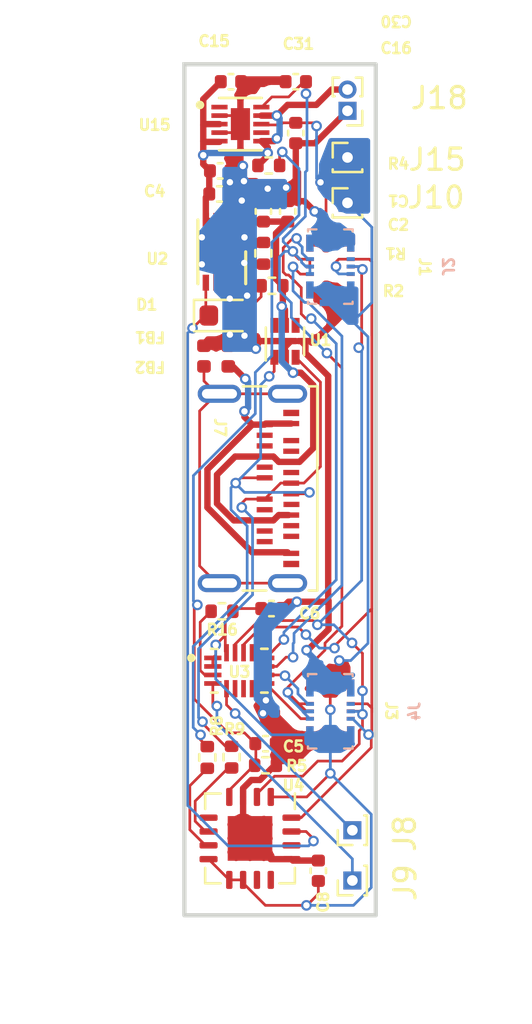
<source format=kicad_pcb>
(kicad_pcb (version 20221018) (generator pcbnew)
  (title_block (title "Standard Connector") (company "The Herald Project"))
  (layers (0 "F.Cu" signal) (31 "B.Cu" signal) (34 "B.Paste" user) (35 "F.Paste" user) (36 "B.SilkS" user "B.Silkscreen") (37 "F.SilkS" user "F.Silkscreen") (38 "B.Mask" user) (39 "F.Mask" user) (44 "Edge.Cuts" user))
  (net 0 "")
  (net 1 "+BATT")
  (net 2 "GND")
  (net 3 "VBUS")
  (net 4 "/Standard Connector/BT_STAT")
  (net 5 "VDD")
  (net 6 "+1V8")
  (net 7 "/Standard Connector/CH_STAT")
  (net 8 "Net-(D1-A)")
  (net 9 "Earth")
  (net 10 "GNDPWR")
  (net 11 "/Standard Connector/I3C_SCL")
  (net 12 "/Standard Connector/I3C_SDA")
  (net 13 "/Standard Connector/INT_1")
  (net 15 "/Standard Connector/INT_2")
  (net 17 "/Standard Connector/INT_3")
  (net 19 "/Standard Connector/INT_4")
  (net 22 "/Standard Connector/USB_D+")
  (net 23 "/Standard Connector/USB_D-")
  (net 27 "Net-(U2-PROG)")
  (net 28 "Net-(U4-USBDM)")
  (net 29 "Net-(U4-USBDP)")
  (net 30 "/Standard Connector/RST_CONN")
  (net 34 "/Standard Connector/GPIO_1")
  (net 35 "/Standard Connector/GPIO_2")
  (net 36 "/Standard Connector/GPIO_3")
  (net 37 "/Standard Connector/GPIO_4")
  (footprint "Capacitor_SMD:C_0402_1005Metric" (layer "F.Cu") (at 93.3258 99.8928 90)
    (fp_text reference "C30")
    (fp_text value "1uF")
  )
  (footprint "Herald:HERALD_V2_CONN_RECEPTACLE" (layer "F.Cu") (at 94.9468 106.1738 -90)
    (fp_text reference "J1")
    (fp_text value "HERALD_V2_CONN_RECEPTACLE")
  )
  (footprint "Capacitor_SMD:C_0402_1005Metric" (layer "F.Cu") (at 89.7698 101.6708 180)
    (fp_text reference "C16")
    (fp_text value "1uF")
  )
  (footprint "Herald:HERALD_V2_CONN_RECEPTACLE" (layer "F.Cu") (at 94.9468 127.0708 -90)
    (fp_text reference "J3")
    (fp_text value "HERALD_V2_CONN_RECEPTACLE")
  )
  (footprint "Resistor_SMD:R_0402_1005Metric" (layer "F.Cu") (at 92.2062 107.07267)
    (fp_text reference "R2")
    (fp_text value "5.6k")
  )
  (footprint "Capacitor_SMD:C_0402_1005Metric" (layer "F.Cu") (at 90.2778 97.4798 180)
    (fp_text reference "C15")
    (fp_text value "1uF")
  )
  (footprint "Connector_PinHeader_1.00mm:PinHeader_1x01_P1.00mm_Vertical" (layer "F.Cu") (at 95.9866 132.6642 90)
    (fp_text reference "J8")
    (fp_text value "Conn_01x01_Pin")
  )
  (footprint "Capacitor_SMD:C_0402_1005Metric" (layer "F.Cu") (at 94.3864 134.5692 90)
    (fp_text reference "C8")
    (fp_text value "100nF")
  )
  (footprint "Resistor_SMD:R_0402_1005Metric" (layer "F.Cu") (at 92.0558 101.4168)
    (fp_text reference "R4")
    (fp_text value "6.8M")
  )
  (footprint "Herald:QFN40P180X260X55-16N" (layer "F.Cu") (at 90.6698 125.1658)
    (fp_text reference "U3")
    (fp_text value "TCA6408A")
  )
  (footprint "Resistor_SMD:R_0402_1005Metric" (layer "F.Cu") (at 90.3073 129.2278 -90)
    (fp_text reference "R9")
    (fp_text value "27")
  )
  (footprint "Resistor_SMD:R_0402_1005Metric" (layer "F.Cu") (at 89.8548 122.3718 180)
    (fp_text reference "R16")
    (fp_text value "10k")
  )
  (footprint "Resistor_SMD:R_0402_1005Metric" (layer "F.Cu") (at 91.8018 105.54667 -90)
    (fp_text reference "R1")
    (fp_text value "10k")
  )
  (footprint "Inductor_SMD:L_0402_1005Metric" (layer "F.Cu") (at 90.1508 110.37667 90)
    (fp_text reference "FB2")
    (fp_text value "120R/0.6A")
  )
  (footprint "Capacitor_SMD:C_0402_1005Metric" (layer "F.Cu") (at 92.1828 122.2448)
    (fp_text reference "C6")
    (fp_text value "4.7uF")
  )
  (footprint "Capacitor_SMD:C_0402_1005Metric" (layer "F.Cu") (at 91.9034 128.5948)
    (fp_text reference "C5")
    (fp_text value "10nF")
  )
  (footprint "Package_DFN_QFN:DFN-8-1EP_3x2mm_P0.5mm_EP1.75x1.45mm" (layer "F.Cu") (at 89.845478 105.47667 -90)
    (fp_text reference "U2")
    (fp_text value "MCP73831/2-2MC")
  )
  (footprint "Connector_PinHeader_1.00mm:PinHeader_1x01_P1.00mm_Vertical" (layer "F.Cu") (at 95.758 101.0412)
    (fp_text reference "J15")
    (fp_text value "Conn_01x01_Pin")
  )
  (footprint "Resistor_SMD:R_0402_1005Metric" (layer "F.Cu") (at 89.1643 129.2433 90)
    (fp_text reference "R8")
    (fp_text value "27")
  )
  (footprint "Capacitor_SMD:C_0402_1005Metric" (layer "F.Cu") (at 89.736978 102.75667 180)
    (fp_text reference "C4")
    (fp_text value "4.7uF")
  )
  (footprint "Herald:USB_C_Receptacle_IPxx" (layer "F.Cu") (at 89.736978 116.59967 -90)
    (fp_text reference "J7")
    (fp_text value "USB_C_Receptacle_USB2.0")
  )
  (footprint "Herald:SON40P200X200X80-11N" (layer "F.Cu") (at 90.721978 99.4738)
    (fp_text reference "U15")
    (fp_text value "TLV751")
  )
  (footprint "Capacitor_SMD:C_0402_1005Metric" (layer "F.Cu") (at 91.8018 103.5758 -90)
    (fp_text reference "C2")
    (fp_text value "100nF/100V")
  )
  (footprint "Capacitor_SMD:C_0402_1005Metric" (layer "F.Cu") (at 93.3258 97.4798)
    (fp_text reference "C31")
    (fp_text value "1uF")
  )
  (footprint "Resistor_SMD:R_0402_1005Metric" (layer "F.Cu") (at 91.9034 129.6108)
    (fp_text reference "R5")
    (fp_text value "10M")
  )
  (footprint "Package_DFN_QFN:QFN-16-1EP_4x4mm_P0.65mm_EP2.1x2.1mm" (layer "F.Cu") (at 91.17405 133.0488 -90)
    (fp_text reference "U4")
    (fp_text value "FT201XQ")
  )
  (footprint "Herald:SOT-563" (layer "F.Cu") (at 92.8178 109.6838 90)
    (fp_text reference "U1")
    (fp_text value "DT1446-04V")
  )
  (footprint "Connector_PinHeader_1.00mm:PinHeader_1x01_P1.00mm_Vertical" (layer "F.Cu") (at 95.758 103.1748)
    (fp_text reference "J10")
    (fp_text value "Conn_01x01_Pin")
  )
  (footprint "LED_SMD:LED_0603_1608Metric" (layer "F.Cu") (at 90.0238 108.47167)
    (fp_text reference "D1")
    (fp_text value "CHSTAT")
  )
  (footprint "Inductor_SMD:L_0402_1005Metric" (layer "F.Cu") (at 89.0078 110.37667 90)
    (fp_text reference "FB1")
    (fp_text value "120R/0.6A")
  )
  (footprint "Capacitor_SMD:C_0402_1005Metric" (layer "F.Cu") (at 92.9448 103.5758 -90)
    (fp_text reference "C1")
    (fp_text value "4.7uF")
  )
  (footprint "Connector_PinHeader_1.00mm:PinHeader_1x01_P1.00mm_Vertical" (layer "F.Cu") (at 95.9866 135.0264 90)
    (fp_text reference "J9")
    (fp_text value "Conn_01x01_Pin")
  )
  (footprint "Connector_PinHeader_1.00mm:PinHeader_1x02_P1.00mm_Vertical" (layer "F.Cu") (at 95.758 98.8488 180)
    (fp_text reference "J18")
    (fp_text value "Conn_01x02_Pin")
  )
  (footprint "Herald:HERALD_V2_CONN_RECEPTACLE" (layer "B.Cu") (at 94.9514 106.1666 90)
    (fp_text reference "J2")
    (fp_text value "HERALD_V2_CONN_RECEPTACLE")
  )
  (footprint "Herald:HERALD_V2_CONN_RECEPTACLE" (layer "B.Cu") (at 94.9514 127.079 90)
    (fp_text reference "J4")
    (fp_text value "HERALD_V2_CONN_RECEPTACLE")
  )
  (gr_rect (start 88.086978 96.66067) (end 97.086978 136.66067) (stroke (width 0.2)) (fill none) (layer "Edge.Cuts"))
  (segment (start 91.5458 101.4168) (end 92.005 100.9576) (width 0.3) (layer "F.Cu") (net 1))
  (segment (start 89.256978 102.75667) (end 89.095478 102.91817) (width 0.127) (layer "F.Cu") (net 1))
  (segment (start 92.005 100.571822) (end 91.706978 100.2738) (width 0.3) (layer "F.Cu") (net 1))
  (segment (start 88.974978 99.5118) (end 88.974978 100.2738) (width 0.3) (layer "F.Cu") (net 1))
  (segment (start 88.974978 100.2738) (end 88.974978 101.355978) (width 0.3) (layer "F.Cu") (net 1))
  (segment (start 88.974978 98.302622) (end 88.974978 99.5118) (width 0.3) (layer "F.Cu") (net 1))
  (segment (start 92.3098 100.2738) (end 91.706978 100.2738) (width 0.3) (layer "F.Cu") (net 1))
  (segment (start 95.0134 97.8488) (end 94.2932 98.569) (width 0.3) (layer "F.Cu") (net 1))
  (segment (start 92.9416 98.569) (end 92.4368 99.0738) (width 0.3) (layer "F.Cu") (net 1))
  (segment (start 92.4368 99.0738) (end 91.706978 99.0738) (width 0.3) (layer "F.Cu") (net 1))
  (segment (start 92.4368 100.1468) (end 92.3098 100.2738) (width 0.3) (layer "F.Cu") (net 1))
  (segment (start 88.974978 100.2738) (end 89.009978 100.3088) (width 0.127) (layer "F.Cu") (net 1))
  (segment (start 89.736978 99.4738) (end 89.012978 99.4738) (width 0.3) (layer "F.Cu") (net 1))
  (segment (start 89.256978 101.703622) (end 89.2898 101.6708) (width 0.127) (layer "F.Cu") (net 1))
  (segment (start 94.2932 98.569) (end 92.9416 98.569) (width 0.3) (layer "F.Cu") (net 1))
  (segment (start 95.758 97.8488) (end 95.0134 97.8488) (width 0.3) (layer "F.Cu") (net 1))
  (segment (start 89.256978 102.75667) (end 89.256978 101.703622) (width 0.3) (layer "F.Cu") (net 1))
  (segment (start 89.595478 104.02667) (end 89.095478 104.02667) (width 0.3) (layer "F.Cu") (net 1))
  (segment (start 89.7978 97.4798) (end 88.974978 98.302622) (width 0.3) (layer "F.Cu") (net 1))
  (segment (start 89.009978 100.3088) (end 89.736978 100.3088) (width 0.3) (layer "F.Cu") (net 1))
  (segment (start 89.012978 99.4738) (end 88.974978 99.5118) (width 0.127) (layer "F.Cu") (net 1))
  (segment (start 89.095478 102.91817) (end 89.095478 104.02667) (width 0.3) (layer "F.Cu") (net 1))
  (segment (start 88.974978 101.355978) (end 89.2898 101.6708) (width 0.3) (layer "F.Cu") (net 1))
  (segment (start 92.005 100.9576) (end 92.005 100.571822) (width 0.3) (layer "F.Cu") (net 1))
  (via (at 88.974978 100.9342) (size 0.5) (drill 0.3) (layers "F.Cu" "B.Cu") (net 1))
  (via (at 92.005 100.8326) (size 0.5) (drill 0.3) (layers "F.Cu" "B.Cu") (net 1))
  (via (at 92.4368 100.1468) (size 0.5) (drill 0.3) (layers "F.Cu" "B.Cu") (net 1))
  (via (at 92.4368 99.0738) (size 0.5) (drill 0.3) (layers "F.Cu" "B.Cu") (net 1))
  (segment (start 92.4368 99.0738) (end 92.5638 99.2008) (width 0.3) (layer "B.Cu") (net 1))
  (segment (start 92.5638 99.2008) (end 92.5638 100.0198) (width 0.3) (layer "B.Cu") (net 1))
  (segment (start 88.974978 100.9342) (end 89.076578 100.8326) (width 0.127) (layer "B.Cu") (net 1))
  (segment (start 92.5638 100.0198) (end 92.4368 100.1468) (width 0.127) (layer "B.Cu") (net 1))
  (segment (start 89.076578 100.8326) (end 92.005 100.8326) (width 0.3) (layer "B.Cu") (net 1))
  (segment (start 90.2498 102.723848) (end 90.216978 102.75667) (width 0.127) (layer "F.Cu") (net 2))
  (segment (start 95.2968 107.8838) (end 95.9068 107.2738) (width 0.3) (layer "F.Cu") (net 2))
  (segment (start 89.595478 105.72667) (end 89.595478 106.92667) (width 0.3) (layer "F.Cu") (net 2))
  (segment (start 92.8686 102.4582) (end 92.8686 103.0196) (width 0.3) (layer "F.Cu") (net 2))
  (segment (start 94.5526 123.5318) (end 94.559263 123.5318) (width 0.3) (layer "F.Cu") (net 2))
  (segment (start 90.916845 105.985876) (end 90.916845 105.5062) (width 0.3) (layer "F.Cu") (net 2))
  (segment (start 94.8668 123.224263) (end 94.8668 121.8808) (width 0.3) (layer "F.Cu") (net 2))
  (segment (start 90.9128 109.4178) (end 90.43893 109.89167) (width 0.3) (layer "F.Cu") (net 2))
  (segment (start 92.14905 134.0238) (end 93.12405 134.0238) (width 0.3) (layer "F.Cu") (net 2))
  (segment (start 92.8686 103.0196) (end 92.9448 103.0958) (width 0.127) (layer "F.Cu") (net 2))
  (segment (start 90.721978 99.4738) (end 90.721978 101.327578) (width 0.3) (layer "F.Cu") (net 2))
  (segment (start 91.8018 102.509) (end 91.497 102.2042) (width 0.3) (layer "F.Cu") (net 2))
  (segment (start 91.920298 126.557585) (end 91.708785 126.557585) (width 0.3) (layer "F.Cu") (net 2))
  (segment (start 92.4383 127.075587) (end 92.4383 128.5948) (width 0.3) (layer "F.Cu") (net 2))
  (segment (start 92.334418 129.6108) (end 91.643218 130.302) (width 0.3) (layer "F.Cu") (net 2))
  (segment (start 90.1508 109.89167) (end 89.0078 109.89167) (width 0.3) (layer "F.Cu") (net 2))
  (segment (start 90.916845 104.799045) (end 90.9128 104.795) (width 0.127) (layer "F.Cu") (net 2))
  (segment (start 94.9468 128.7808) (end 94.3368 128.1708) (width 0.3) (layer "F.Cu") (net 2))
  (segment (start 91.19205 133.0488) (end 91.17405 133.0488) (width 0.127) (layer "F.Cu") (net 2))
  (segment (start 90.84905 130.951154) (end 90.84905 131.0988) (width 0.127) (layer "F.Cu") (net 2))
  (segment (start 94.559263 123.5318) (end 94.8668 123.224263) (width 0.3) (layer "F.Cu") (net 2))
  (segment (start 90.721978 97.7318) (end 90.721978 99.4738) (width 0.3) (layer "F.Cu") (net 2))
  (segment (start 91.03715 107.536571) (end 90.899487 107.536571) (width 0.3) (layer "F.Cu") (net 2))
  (segment (start 90.8874 102.1534) (end 90.8874 102.9662) (width 0.3) (layer "F.Cu") (net 2))
  (segment (start 94.78943 121.92417) (end 94.8498 121.8638) (width 0.127) (layer "F.Cu") (net 2))
  (segment (start 94.3368 128.1708) (end 92.8623 128.1708) (width 0.3) (layer "F.Cu") (net 2))
  (segment (start 90.862 109.367) (end 90.9128 109.4178) (width 0.127) (layer "F.Cu") (net 2))
  (segment (start 91.17405 133.0488) (end 91.179248 133.043602) (width 0.127) (layer "F.Cu") (net 2))
  (segment (start 94.8498 121.8638) (end 94.8498 111.309) (width 0.3) (layer "F.Cu") (net 2))
  (segment (start 88.9062 106.065) (end 88.9062 105.4554) (width 0.3) (layer "F.Cu") (net 2))
  (segment (start 92.9448 103.0958) (end 93.7348 103.0958) (width 0.3) (layer "F.Cu") (net 2))
  (segment (start 95.5568 128.1708) (end 94.9468 128.7808) (width 0.3) (layer "F.Cu") (net 2))
  (segment (start 94.9468 107.8838) (end 94.9468 108.9144) (width 0.3) (layer "F.Cu") (net 2))
  (segment (start 93.18945 134.0892) (end 93.12405 134.0238) (width 0.3) (layer "F.Cu") (net 2))
  (segment (start 89.875008 105.5062) (end 89.845478 105.47667) (width 0.127) (layer "F.Cu") (net 2))
  (segment (start 92.8623 128.1708) (end 92.4383 128.5948) (width 0.3) (layer "F.Cu") (net 2))
  (segment (start 92.8458 97.4798) (end 90.9668 97.4798) (width 0.3) (layer "F.Cu") (net 2))
  (segment (start 93.09159 109.6718) (end 93.322848 109.6718) (width 0.127) (layer "F.Cu") (net 2))
  (segment (start 92.4383 128.5948) (end 92.4383 129.4823) (width 0.3) (layer "F.Cu") (net 2))
  (segment (start 90.2498 101.6708) (end 90.608 101.6708) (width 0.3) (layer "F.Cu") (net 2))
  (segment (start 89.824208 105.4554) (end 89.845478 105.47667) (width 0.127) (layer "F.Cu") (net 2))
  (segment (start 92.4683 129.6108) (end 92.334418 129.6108) (width 0.127) (layer "F.Cu") (net 2))
  (segment (start 88.9062 105.4554) (end 88.9062 104.795) (width 0.3) (layer "F.Cu") (net 2))
  (segment (start 94.234 100.3728) (end 93.3258 100.3728) (width 0.3) (layer "F.Cu") (net 2))
  (segment (start 91.708785 126.557585) (end 91.3892 126.238) (width 0.3) (layer "F.Cu") (net 2))
  (segment (start 91.17405 133.0488) (end 91.19905 133.0238) (width 0.127) (layer "F.Cu") (net 2))
  (segment (start 93.8338 124.2006) (end 93.8838 124.2006) (width 0.3) (layer "F.Cu") (net 2))
  (segment (start 94.8668 121.8808) (end 94.8498 121.8638) (width 0.3) (layer "F.Cu") (net 2))
  (segment (start 91.17405 133.0488) (end 92.14905 134.0238) (width 0.3) (layer "F.Cu") (net 2))
  (segment (start 90.84905 132.7238) (end 91.17405 133.0488) (width 0.3) (layer "F.Cu") (net 2))
  (segment (start 93.8838 124.2006) (end 94.5526 123.5318) (width 0.3) (layer "F.Cu") (net 2))
  (segment (start 90.66913 105.03867) (end 90.537478 105.03867) (width 0.3) (layer "F.Cu") (net 2))
  (segment (start 90.8874 102.9662) (end 90.7858 103.0678) (width 0.3) (layer "F.Cu") (net 2))
  (segment (start 91.768978 105.03667) (end 91.772978 105.04067) (width 0.127) (layer "F.Cu") (net 2))
  (segment (start 91.4462 109.9512) (end 90.9128 109.4178) (width 0.3) (layer "F.Cu") (net 2))
  (segment (start 89.845478 105.47667) (end 89.595478 105.72667) (width 0.127) (layer "F.Cu") (net 2))
  (segment (start 93.7348 103.0958) (end 94.2148 103.5758) (width 0.3) (layer "F.Cu") (net 2))
  (segment (start 92.8178 109.94559) (end 93.09159 109.6718) (width 0.3) (layer "F.Cu") (net 2))
  (segment (start 90.916845 105.5062) (end 89.875008 105.5062) (width 0.3) (layer "F.Cu") (net 2))
  (segment (start 90.608 101.6708) (end 90.8366 101.4422) (width 0.3) (layer "F.Cu") (net 2))
  (segment (start 89.257148 106.065) (end 89.845478 105.47667) (width 0.127) (layer "F.Cu") (net 2))
  (segment (start 94.9468 107.8838) (end 95.2968 107.8838) (width 0.3) (layer "F.Cu") (net 2))
  (segment (start 90.888521 106.0142) (end 90.383008 106.0142) (width 0.3) (layer "F.Cu") (net 2))
  (segment (start 89.163808 104.795) (end 89.845478 105.47667) (width 0.127) (layer "F.Cu") (net 2))
  (segment (start 94.6788 107.8838) (end 94.9468 107.8838) (width 0.3) (layer "F.Cu") (net 2))
  (segment (start 90.899487 107.536571) (end 90.759888 107.67617) (width 0.3) (layer "F.Cu") (net 2))
  (segment (start 91.4462 102.1534) (end 91.497 102.2042) (width 0.127) (layer "F.Cu") (net 2))
  (segment (start 92.005 102.509) (end 92.259 102.255) (width 0.3) (layer "F.Cu") (net 2))
  (segment (start 90.84905 130.68975) (end 90.84905 131.0988) (width 0.3) (layer "F.Cu") (net 2))
  (segment (start 89.736978 99.0738) (end 90.321978 99.0738) (width 0.127) (layer "F.Cu") (net 2))
  (segment (start 90.43893 109.89167) (end 90.1508 109.89167) (width 0.127) (layer "F.Cu") (net 2))
  (segment (start 94.8498 111.309) (end 93.7803 110.2395) (width 0.3) (layer "F.Cu") (net 2))
  (segment (start 88.9062 106.065) (end 89.257148 106.065) (width 0.127) (layer "F.Cu") (net 2))
  (segment (start 93.3258 102.7148) (end 92.9448 103.0958) (width 0.3) (layer "F.Cu") (net 2))
  (segment (start 90.383008 106.0142) (end 89.845478 105.47667) (width 0.127) (layer "F.Cu") (net 2))
  (segment (start 90.7858 103.0678) (end 90.528108 103.0678) (width 0.3) (layer "F.Cu") (net 2))
  (segment (start 92.005 102.509) (end 91.8018 102.509) (width 0.127) (layer "F.Cu") (net 2))
  (segment (start 90.721978 101.327578) (end 90.8366 101.4422) (width 0.127) (layer "F.Cu") (net 2))
  (segment (start 90.84905 131.0988) (end 90.84905 132.7238) (width 0.3) (layer "F.Cu") (net 2))
  (segment (start 90.902683 106.000038) (end 90.916845 105.985876) (width 0.3) (layer "F.Cu") (net 2))
  (segment (start 92.005 102.8926) (end 91.8018 103.0958) (width 0.3) (layer "F.Cu") (net 2))
  (segment (start 92.9448 103.0958) (end 91.8018 103.0958) (width 0.3) (layer "F.Cu") (net 2))
  (segment (start 91.920298 126.557585) (end 92.4383 127.075587) (width 0.3) (layer "F.Cu") (net 2))
  (segment (start 88.9062 104.795) (end 89.163808 104.795) (width 0.127) (layer "F.Cu") (net 2))
  (segment (start 95.9068 128.1708) (end 95.5568 128.1708) (width 0.3) (layer "F.Cu") (net 2))
  (segment (start 93.9868 107.2738) (end 94.0688 107.2738) (width 0.127) (layer "F.Cu") (net 2))
  (segment (start 91.643218 130.302) (end 91.2368 130.302) (width 0.3) (layer "F.Cu") (net 2))
  (segment (start 90.528108 103.0678) (end 90.216978 102.75667) (width 0.3) (layer "F.Cu") (net 2))
  (segment (start 93.3258 100.3728) (end 93.3258 102.7148) (width 0.3) (layer "F.Cu") (net 2))
  (segment (start 90.759888 107.67617) (end 90.221444 107.67617) (width 0.3) (layer "F.Cu") (net 2))
  (segment (start 88.9062 105.4554) (end 89.824208 105.4554) (width 0.3) (layer "F.Cu") (net 2))
  (segment (start 94.9468 108.9144) (end 94.1894 109.6718) (width 0.3) (layer "F.Cu") (net 2))
  (segment (start 92.6654 102.255) (end 92.8686 102.4582) (width 0.3) (layer "F.Cu") (net 2))
  (segment (start 91.1668 109.6718) (end 93.322848 109.6718) (width 0.3) (layer "F.Cu") (net 2))
  (segment (start 90.902683 106.000038) (end 90.888521 106.0142) (width 0.3) (layer "F.Cu") (net 2))
  (segment (start 93.375859 121.92417) (end 94.78943 121.92417) (width 0.3) (layer "F.Cu") (net 2))
  (segment (start 90.8874 102.1534) (end 90.8874 101.493) (width 0.3) (layer "F.Cu") (net 2))
  (segment (start 90.227 109.367) (end 90.862 109.367) (width 0.3) (layer "F.Cu") (net 2))
  (segment (start 92.259 102.255) (end 92.6654 102.255) (width 0.3) (layer "F.Cu") (net 2))
  (segment (start 90.7858 109.5448) (end 90.9128 109.4178) (width 0.127) (layer "F.Cu") (net 2))
  (segment (start 92.98343 121.92417) (end 92.6628 122.2448) (width 0.3) (layer "F.Cu") (net 2))
  (segment (start 90.916845 105.5062) (end 90.916845 104.799045) (width 0.3) (layer "F.Cu") (net 2))
  (segment (start 91.2368 130.302) (end 90.84905 130.68975) (width 0.3) (layer "F.Cu") (net 2))
  (segment (start 92.005 102.509) (end 92.005 102.8926) (width 0.3) (layer "F.Cu") (net 2))
  (segment (start 95.758 98.8488) (end 94.234 100.3728) (width 0.3) (layer "F.Cu") (net 2))
  (segment (start 89.736978 99.8738) (end 90.321978 99.8738) (width 0.127) (layer "F.Cu") (net 2))
  (segment (start 90.9128 104.795) (end 90.66913 105.03867) (width 0.3) (layer "F.Cu") (net 2))
  (segment (start 94.3864 134.0892) (end 93.18945 134.0892) (width 0.3) (layer "F.Cu") (net 2))
  (segment (start 90.9128 104.795) (end 91.15447 105.03667) (width 0.3) (layer "F.Cu") (net 2))
  (segment (start 92.8178 110.4338) (end 92.8178 109.94559) (width 0.3) (layer "F.Cu") (net 2))
  (segment (start 94.0688 107.2738) (end 94.6788 107.8838) (width 0.3) (layer "F.Cu") (net 2))
  (segment (start 90.8874 102.1534) (end 91.4462 102.1534) (width 0.3) (layer "F.Cu") (net 2))
  (segment (start 93.7803 110.2395) (end 93.7803 109.8723) (width 0.3) (layer "F.Cu") (net 2))
  (segment (start 90.321978 99.8738) (end 90.721978 99.4738) (width 0.127) (layer "F.Cu") (net 2))
  (segment (start 91.4462 110.0274) (end 91.4462 109.9512) (width 0.127) (layer "F.Cu") (net 2))
  (segment (start 90.9128 109.4178) (end 91.1668 109.6718) (width 0.3) (layer "F.Cu") (net 2))
  (segment (start 93.375859 121.92417) (end 92.98343 121.92417) (width 0.3) (layer "F.Cu") (net 2))
  (segment (start 94.1894 109.6718) (end 93.4528 109.6718) (width 0.3) (layer "F.Cu") (net 2))
  (segment (start 90.2498 101.6708) (end 90.2498 102.723848) (width 0.127) (layer "F.Cu") (net 2))
  (segment (start 91.15447 105.03667) (end 91.768978 105.03667) (width 0.3) (layer "F.Cu") (net 2))
  (segment (start 90.0238 102.949848) (end 90.216978 102.75667) (width 0.127) (layer "F.Cu") (net 2))
  (segment (start 93.5798 109.6718) (end 93.322848 109.6718) (width 0.127) (layer "F.Cu") (net 2))
  (segment (start 90.8874 101.493) (end 90.8366 101.4422) (width 0.127) (layer "F.Cu") (net 2))
  (segment (start 93.7803 109.8723) (end 93.5798 109.6718) (width 0.3) (layer "F.Cu") (net 2))
  (via (at 90.9128 109.4178) (size 0.5) (drill 0.3) (layers "F.Cu" "B.Cu") (net 2))
  (via (at 90.227 109.367) (size 0.5) (drill 0.3) (layers "F.Cu" "B.Cu") (net 2))
  (via (at 90.227 102.2042) (size 0.5) (drill 0.3) (layers "F.Cu" "B.Cu") (net 2))
  (via (at 93.8338 124.2006) (size 0.5) (drill 0.3) (layers "F.Cu" "B.Cu") (net 2))
  (via (at 90.902683 106.000038) (size 0.5) (drill 0.3) (layers "F.Cu" "B.Cu") (net 2))
  (via (at 90.8874 102.1534) (size 0.5) (drill 0.3) (layers "F.Cu" "B.Cu") (net 2))
  (via (at 91.03715 107.536571) (size 0.5) (drill 0.3) (layers "F.Cu" "B.Cu") (net 2))
  (via (at 91.783394 127.164606) (size 0.5) (drill 0.3) (layers "F.Cu" "B.Cu") (net 2))
  (via (at 91.4462 110.0274) (size 0.5) (drill 0.3) (layers "F.Cu" "B.Cu") (net 2))
  (via (at 93.375859 121.92417) (size 0.5) (drill 0.3) (layers "F.Cu" "B.Cu") (net 2))
  (via (at 90.8366 101.4422) (size 0.5) (drill 0.3) (layers "F.Cu" "B.Cu") (net 2))
  (via (at 90.221444 107.67617) (size 0.5) (drill 0.3) (layers "F.Cu" "B.Cu") (net 2))
  (via (at 88.9062 106.065) (size 0.5) (drill 0.3) (layers "F.Cu" "B.Cu") (net 2))
  (via (at 92.8686 102.4582) (size 0.5) (drill 0.3) (layers "F.Cu" "B.Cu") (net 2))
  (via (at 92.005 102.509) (size 0.5) (drill 0.3) (layers "F.Cu" "B.Cu") (net 2))
  (via (at 88.9062 104.795) (size 0.5) (drill 0.3) (layers "F.Cu" "B.Cu") (net 2))
  (via (at 90.9128 104.795) (size 0.5) (drill 0.3) (layers "F.Cu" "B.Cu") (net 2))
  (via (at 94.2148 103.5758) (size 0.5) (drill 0.3) (layers "F.Cu" "B.Cu") (net 2))
  (via (at 91.920298 126.557585) (size 0.5) (drill 0.3) (layers "F.Cu" "B.Cu") (net 2))
  (via (at 90.7858 103.0678) (size 0.5) (drill 0.3) (layers "F.Cu" "B.Cu") (net 2))
  (segment (start 90.9828 109.3478) (end 90.9128 109.4178) (width 0.3) (layer "B.Cu") (net 2))
  (segment (start 91.783394 126.694489) (end 91.920298 126.557585) (width 0.3) (layer "B.Cu") (net 2))
  (segment (start 90.9128 104.795) (end 90.9128 103.1948) (width 0.3) (layer "B.Cu") (net 2))
  (segment (start 91.783394 127.164606) (end 91.783394 126.694489) (width 0.3) (layer "B.Cu") (net 2))
  (segment (start 94.6014 104.4566) (end 93.9914 105.0666) (width 0.3) (layer "B.Cu") (net 2))
  (segment (start 92.0558 123.244229) (end 92.0558 126.422083) (width 0.3) (layer "B.Cu") (net 2))
  (segment (start 90.8874 102.9662) (end 90.8874 102.1534) (width 0.3) (layer "B.Cu") (net 2))
  (segment (start 90.7858 103.0678) (end 90.8874 102.9662) (width 0.3) (layer "B.Cu") (net 2))
  (segment (start 94.9514 104.4566) (end 95.3014 104.4566) (width 0.3) (layer "B.Cu") (net 2))
  (segment (start 94.2148 103.5758) (end 94.9514 104.3124) (width 0.3) (layer "B.Cu") (net 2))
  (segment (start 92.0558 126.422083) (end 91.920298 126.557585) (width 0.127) (layer "B.Cu") (net 2))
  (segment (start 90.9828 104.865) (end 90.9828 109.3478) (width 0.3) (layer "B.Cu") (net 2))
  (segment (start 93.929975 124.245975) (end 93.8846 124.2006) (width 0.127) (layer "B.Cu") (net 2))
  (segment (start 94.9514 104.4566) (end 94.6014 104.4566) (width 0.3) (layer "B.Cu") (net 2))
  (segment (start 93.8338 124.2006) (end 93.8338 124.2514) (width 0.127) (layer "B.Cu") (net 2))
  (segment (start 94.3414 125.979) (end 94.9514 125.369) (width 0.3) (layer "B.Cu") (net 2))
  (segment (start 90.9128 103.1948) (end 90.7858 103.0678) (width 0.3) (layer "B.Cu") (net 2))
  (segment (start 93.375859 121.92417) (end 92.0558 123.244229) (width 0.3) (layer "B.Cu") (net 2))
  (segment (start 90.9128 104.795) (end 90.9828 104.865) (width 0.3) (layer "B.Cu") (net 2))
  (segment (start 93.8846 124.2006) (end 93.8338 124.2006) (width 0.127) (layer "B.Cu") (net 2))
  (segment (start 93.8338 124.2514) (end 94.9514 125.369) (width 0.3) (layer "B.Cu") (net 2))
  (segment (start 94.9514 104.3124) (end 94.9514 104.4566) (width 0.127) (layer "B.Cu") (net 2))
  (segment (start 95.3014 104.4566) (end 95.9114 105.0666) (width 0.3) (layer "B.Cu") (net 2))
  (segment (start 95.3014 125.369) (end 95.9114 125.979) (width 0.3) (layer "B.Cu") (net 2))
  (segment (start 94.9514 125.369) (end 95.3014 125.369) (width 0.3) (layer "B.Cu") (net 2))
  (segment (start 93.9914 125.979) (end 94.3414 125.979) (width 0.3) (layer "B.Cu") (net 2))
  (segment (start 92.9448 104.0558) (end 91.8018 104.0558) (width 0.3) (layer "F.Cu") (net 3))
  (segment (start 92.275358 115.09967) (end 90.474978 115.09967) (width 0.3) (layer "F.Cu") (net 3))
  (segment (start 92.3968 104.6038) (end 92.9448 104.0558) (width 0.3) (layer "F.Cu") (net 3))
  (segment (start 93.500888 115.34967) (end 92.525358 115.34967) (width 0.3) (layer "F.Cu") (net 3))
  (segment (start 92.525358 117.84967) (end 92.984978 117.84967) (width 0.3) (layer "F.Cu") (net 3))
  (segment (start 89.620978 115.95367) (end 89.620978 117.308894) (width 0.3) (layer "F.Cu") (net 3))
  (segment (start 89.620978 117.308894) (end 90.411754 118.09967) (width 0.3) (layer "F.Cu") (net 3))
  (segment (start 92.6654 108.0462) (end 92.8178 108.1986) (width 0.127) (layer "F.Cu") (net 3))
  (segment (start 92.275358 118.09967) (end 92.525358 117.84967) (width 0.3) (layer "F.Cu") (net 3))
  (segment (start 92.3968 106.75327) (end 92.3968 104.6038) (width 0.3) (layer "F.Cu") (net 3))
  (segment (start 93.563588 111.1583) (end 94.146478 111.74119) (width 0.3) (layer "F.Cu") (net 3))
  (segment (start 94.146478 114.70408) (end 93.500888 115.34967) (width 0.3) (layer "F.Cu") (net 3))
  (segment (start 94.146478 111.74119) (end 94.146478 114.70408) (width 0.3) (layer "F.Cu") (net 3))
  (segment (start 92.7162 107.07267) (end 92.3968 106.75327) (width 0.3) (layer "F.Cu") (net 3))
  (segment (start 92.7162 107.9954) (end 92.7162 107.07267) (width 0.3) (layer "F.Cu") (net 3))
  (segment (start 91.8018 104.0558) (end 90.624608 104.0558) (width 0.3) (layer "F.Cu") (net 3))
  (segment (start 90.095478 104.02667) (end 90.595478 104.02667) (width 0.3) (layer "F.Cu") (net 3))
  (segment (start 90.474978 115.09967) (end 89.620978 115.95367) (width 0.3) (layer "F.Cu") (net 3))
  (segment (start 90.624608 104.0558) (end 90.595478 104.02667) (width 0.127) (layer "F.Cu") (net 3))
  (segment (start 93.195758 111.1583) (end 93.563588 111.1583) (width 0.3) (layer "F.Cu") (net 3))
  (segment (start 92.784978 106.94767) (end 92.706978 106.94767) (width 0.127) (layer "F.Cu") (net 3))
  (segment (start 92.8178 108.1986) (end 92.8178 108.9338) (width 0.3) (layer "F.Cu") (net 3))
  (segment (start 92.525358 115.34967) (end 92.275358 115.09967) (width 0.3) (layer "F.Cu") (net 3))
  (segment (start 92.6654 108.0462) (end 92.7162 107.9954) (width 0.127) (layer "F.Cu") (net 3))
  (segment (start 90.411754 118.09967) (end 92.275358 118.09967) (width 0.3) (layer "F.Cu") (net 3))
  (via (at 92.6654 108.0462) (size 0.5) (drill 0.3) (layers "F.Cu" "B.Cu") (net 3))
  (via (at 93.195758 111.1583) (size 0.5) (drill 0.3) (layers "F.Cu" "B.Cu") (net 3))
  (segment (start 92.6654 110.627942) (end 92.6654 108.0462) (width 0.3) (layer "B.Cu") (net 3))
  (segment (start 93.195758 111.1583) (end 92.6654 110.627942) (width 0.3) (layer "B.Cu") (net 3))
  (segment (start 88.6968 122.0724) (end 88.5506 122.2186) (width 0.127) (layer "F.Cu") (net 4))
  (segment (start 92.5658 100.9068) (end 92.5658 101.4168) (width 0.127) (layer "F.Cu") (net 4))
  (segment (start 90.9154 128.0868) (end 91.4483 128.6197) (width 0.127) (layer "F.Cu") (net 4))
  (segment (start 91.4483 129.5325) (end 90.19905 130.78175) (width 0.127) (layer "F.Cu") (net 4))
  (segment (start 92.6908 100.7818) (end 92.5658 100.9068) (width 0.127) (layer "F.Cu") (net 4))
  (segment (start 91.4483 128.6197) (end 91.4483 129.5325) (width 0.127) (layer "F.Cu") (net 4))
  (segment (start 88.5506 122.2186) (end 88.5506 126.4982) (width 0.127) (layer "F.Cu") (net 4))
  (segment (start 90.1392 128.0868) (end 90.9154 128.0868) (width 0.127) (layer "F.Cu") (net 4))
  (segment (start 88.5506 126.4982) (end 90.1392 128.0868) (width 0.127) (layer "F.Cu") (net 4))
  (segment (start 90.19905 130.78175) (end 90.19905 131.0988) (width 0.127) (layer "F.Cu") (net 4))
  (via (at 92.6908 100.7818) (size 0.5) (drill 0.3) (layers "F.Cu" "B.Cu") (net 4))
  (via (at 88.6968 122.0724) (size 0.5) (drill 0.3) (layers "F.Cu" "B.Cu") (net 4))
  (segment (start 93.4782 103.7528) (end 93.4782 101.5692) (width 0.127) (layer "B.Cu") (net 4))
  (segment (start 88.511478 121.887078) (end 88.511478 115.995255) (width 0.127) (layer "B.Cu") (net 4))
  (segment (start 91.4228 113.083933) (end 91.4228 111.1422) (width 0.127) (layer "B.Cu") (net 4))
  (segment (start 92.202 105.029) (end 93.4782 103.7528) (width 0.127) (layer "B.Cu") (net 4))
  (segment (start 93.4782 101.5692) (end 92.6908 100.7818) (width 0.127) (layer "B.Cu") (net 4))
  (segment (start 88.511478 115.995255) (end 91.4228 113.083933) (width 0.127) (layer "B.Cu") (net 4))
  (segment (start 88.6968 122.0724) (end 88.511478 121.887078) (width 0.127) (layer "B.Cu") (net 4))
  (segment (start 91.4228 111.1422) (end 92.202 110.363) (width 0.127) (layer "B.Cu") (net 4))
  (segment (start 92.202 110.363) (end 92.202 105.029) (width 0.127) (layer "B.Cu") (net 4))
  (segment (start 91.7028 122.2448) (end 90.4918 122.2448) (width 0.127) (layer "F.Cu") (net 5))
  (segment (start 93.8276 136.1948) (end 93.853 136.1948) (width 0.127) (layer "F.Cu") (net 5))
  (segment (start 94.155 99.4128) (end 92.717933 99.4128) (width 0.127) (layer "F.Cu") (net 5))
  (segment (start 94.303622 99.561422) (end 94.155 99.4128) (width 0.127) (layer "F.Cu") (net 5))
  (segment (start 90.0098 124.2608) (end 90.0698 124.3208) (width 0.127) (layer "F.Cu") (net 5))
  (segment (start 92.717933 99.4128) (end 92.618433 99.5123) (width 0.127) (layer "F.Cu") (net 5))
  (segment (start 95.2968 104.4638) (end 94.5968 104.4638) (width 0.127) (layer "F.Cu") (net 5))
  (segment (start 93.9868 125.9708) (end 94.3368 125.9708) (width 0.127) (layer "F.Cu") (net 5))
  (segment (start 93.8444 131.0988) (end 92.14905 131.0988) (width 0.127) (layer "F.Cu") (net 5))
  (segment (start 94.488 102.2096) (end 94.7482 102.4698) (width 0.127) (layer "F.Cu") (net 5))
  (segment (start 93.8276 136.1948) (end 91.897404 136.1948) (width 0.127) (layer "F.Cu") (net 5))
  (segment (start 94.5968 104.4638) (end 93.9868 105.0738) (width 0.127) (layer "F.Cu") (net 5))
  (segment (start 95.5568 125.9708) (end 94.9468 125.3608) (width 0.127) (layer "F.Cu") (net 5))
  (segment (start 90.0098 123.3758) (end 90.0098 124.2608) (width 0.127) (layer "F.Cu") (net 5))
  (segment (start 95.9068 105.0738) (end 95.2968 104.4638) (width 0.127) (layer "F.Cu") (net 5))
  (segment (start 95.37072 124.93688) (end 94.9468 125.3608) (width 0.127) (layer "F.Cu") (net 5))
  (segment (start 94.9468 125.3608) (end 94.740608 125.3608) (width 0.127) (layer "F.Cu") (net 5))
  (segment (start 90.0098 123.5026) (end 90.0098 123.3758) (width 0.127) (layer "F.Cu") (net 5))
  (segment (start 89.4248 124.5658) (end 89.5604 124.4302) (width 0.127) (layer "F.Cu") (net 5))
  (segment (start 90.3648 122.4968) (end 90.0098 122.8518) (width 0.127) (layer "F.Cu") (net 5))
  (segment (start 89.5604 123.952) (end 90.0098 123.5026) (width 0.127) (layer "F.Cu") (net 5))
  (segment (start 93.853 136.1948) (end 94.3864 135.6614) (width 0.127) (layer "F.Cu") (net 5))
  (segment (start 95.37072 124.687989) (end 95.37072 124.93688) (width 0.127) (layer "F.Cu") (net 5))
  (segment (start 90.4918 122.2448) (end 90.3648 122.3718) (width 0.127) (layer "F.Cu") (net 5))
  (segment (start 92.618433 99.5123) (end 91.745478 99.5123) (width 0.127) (layer "F.Cu") (net 5))
  (segment (start 89.4248 124.5658) (end 89.4248 124.9658) (width 0.127) (layer "F.Cu") (net 5))
  (segment (start 90.84905 135.146446) (end 90.84905 134.9988) (width 0.127) (layer "F.Cu") (net 5))
  (segment (start 94.9514 129.9918) (end 93.8444 131.0988) (width 0.127) (layer "F.Cu") (net 5))
  (segment (start 94.7482 102.4698) (end 94.7482 104.5332) (width 0.127) (layer "F.Cu") (net 5))
  (segment (start 94.9468 126.9954) (end 94.9468 125.3608) (width 0.127) (layer "F.Cu") (net 5))
  (segment (start 90.0098 122.8518) (end 90.0098 123.3758) (width 0.127) (layer "F.Cu") (net 5))
  (segment (start 94.3864 135.6614) (end 94.3864 135.0492) (width 0.127) (layer "F.Cu") (net 5))
  (segment (start 95.9068 125.9708) (end 95.5568 125.9708) (width 0.127) (layer "F.Cu") (net 5))
  (segment (start 89.22405 134.0238) (end 90.19905 134.9988) (width 0.127) (layer "F.Cu") (net 5))
  (segment (start 89.5604 124.4302) (end 89.5604 123.952) (width 0.127) (layer "F.Cu") (net 5))
  (segment (start 91.897404 136.1948) (end 90.84905 135.146446) (width 0.127) (layer "F.Cu") (net 5))
  (segment (start 94.3368 125.9708) (end 94.9468 125.3608) (width 0.127) (layer "F.Cu") (net 5))
  (segment (start 94.9514 127) (end 94.9468 126.9954) (width 0.127) (layer "F.Cu") (net 5))
  (segment (start 91.745478 99.5123) (end 91.706978 99.4738) (width 0.127) (layer "F.Cu") (net 5))
  (segment (start 90.19905 134.9988) (end 90.84905 134.9988) (width 0.127) (layer "F.Cu") (net 5))
  (segment (start 92.18205 131.0988) (end 92.14905 131.0988) (width 0.127) (layer "F.Cu") (net 5))
  (via (at 94.9514 129.9918) (size 0.5) (drill 0.3) (layers "F.Cu" "B.Cu") (net 5))
  (via (at 95.37072 124.687989) (size 0.5) (drill 0.3) (layers "F.Cu" "B.Cu") (net 5))
  (via (at 93.8276 136.1948) (size 0.5) (drill 0.3) (layers "F.Cu" "B.Cu") (net 5))
  (via (at 94.9514 127) (size 0.5) (drill 0.3) (layers "F.Cu" "B.Cu") (net 5))
  (via (at 94.303622 99.561422) (size 0.5) (drill 0.3) (layers "F.Cu" "B.Cu") (net 5))
  (via (at 89.5604 123.952) (size 0.5) (drill 0.3) (layers "F.Cu" "B.Cu") (net 5))
  (via (at 94.488 102.2096) (size 0.5) (drill 0.3) (layers "F.Cu" "B.Cu") (net 5))
  (segment (start 94.5896 102.2096) (end 94.488 102.2096) (width 0.127) (layer "B.Cu") (net 5))
  (segment (start 95.758 101.0412) (end 94.5896 102.2096) (width 0.127) (layer "B.Cu") (net 5))
  (segment (start 95.911011 124.687989) (end 96.723478 123.875522) (width 0.127) (layer "B.Cu") (net 5))
  (segment (start 96.901 107.8664) (end 96.01 108.7574) (width 0.127) (layer "B.Cu") (net 5))
  (segment (start 96.901 104.3178) (end 96.901 107.8664) (width 0.127) (layer "B.Cu") (net 5))
  (segment (start 95.37072 124.687989) (end 95.911011 124.687989) (width 0.127) (layer "B.Cu") (net 5))
  (segment (start 96.0374 136.1948) (end 96.8756 135.3566) (width 0.127) (layer "B.Cu") (net 5))
  (segment (start 94.303622 102.025222) (end 94.488 102.2096) (width 0.127) (layer "B.Cu") (net 5))
  (segment (start 96.723478 109.470878) (end 96.01 108.7574) (width 0.127) (layer "B.Cu") (net 5))
  (segment (start 95.1292 107.8766) (end 94.9514 107.8766) (width 0.127) (layer "B.Cu") (net 5))
  (segment (start 95.758 103.1748) (end 96.901 104.3178) (width 0.127) (layer "B.Cu") (net 5))
  (segment (start 94.303622 99.561422) (end 94.303622 102.025222) (width 0.127) (layer "B.Cu") (net 5))
  (segment (start 92.178361 128.179) (end 93.9914 128.179) (width 0.127) (layer "B.Cu") (net 5))
  (segment (start 95.9114 128.179) (end 95.5614 128.179) (width 0.127) (layer "B.Cu") (net 5))
  (segment (start 95.9114 107.2666) (end 95.5614 107.2666) (width 0.127) (layer "B.Cu") (net 5))
  (segment (start 96.723478 123.875522) (end 96.723478 109.470878) (width 0.127) (layer "B.Cu") (net 5))
  (segment (start 95.5614 128.179) (end 94.9514 128.789) (width 0.127) (layer "B.Cu") (net 5))
  (segment (start 96.8756 135.3566) (end 96.8756 131.916) (width 0.127) (layer "B.Cu") (net 5))
  (segment (start 94.7928 102.2096) (end 95.758 103.1748) (width 0.127) (layer "B.Cu") (net 5))
  (segment (start 94.6014 128.789) (end 93.9914 128.179) (width 0.127) (layer "B.Cu") (net 5))
  (segment (start 95.5614 107.2666) (end 94.9514 107.8766) (width 0.127) (layer "B.Cu") (net 5))
  (segment (start 94.9514 129.9918) (end 94.9514 128.789) (width 0.127) (layer "B.Cu") (net 5))
  (segment (start 96.8756 131.916) (end 94.9514 129.9918) (width 0.127) (layer "B.Cu") (net 5))
  (segment (start 94.488 102.2096) (end 94.7928 102.2096) (width 0.127) (layer "B.Cu") (net 5))
  (segment (start 94.3414 107.2666) (end 94.9514 107.8766) (width 0.127) (layer "B.Cu") (net 5))
  (segment (start 93.9914 107.2666) (end 94.3414 107.2666) (width 0.127) (layer "B.Cu") (net 5))
  (segment (start 89.5604 125.561039) (end 92.178361 128.179) (width 0.127) (layer "B.Cu") (net 5))
  (segment (start 94.9514 128.789) (end 94.6014 128.789) (width 0.127) (layer "B.Cu") (net 5))
  (segment (start 95.758 103.1748) (end 95.8088 103.1748) (width 0.127) (layer "B.Cu") (net 5))
  (segment (start 93.8276 136.1948) (end 96.0374 136.1948) (width 0.127) (layer "B.Cu") (net 5))
  (segment (start 94.9514 129.9918) (end 94.9514 127) (width 0.127) (layer "B.Cu") (net 5))
  (segment (start 96.01 108.7574) (end 95.1292 107.8766) (width 0.127) (layer "B.Cu") (net 5))
  (segment (start 89.5604 123.952) (end 89.5604 125.561039) (width 0.127) (layer "B.Cu") (net 5))
  (segment (start 91.7596 98.6388) (end 91.706978 98.6388) (width 0.127) (layer "F.Cu") (net 6))
  (segment (start 92.952075 126.204075) (end 93.4688 126.7208) (width 0.127) (layer "F.Cu") (net 6))
  (segment (start 95.4943 123.075475) (end 94.699475 123.8703) (width 0.127) (layer "F.Cu") (net 6))
  (segment (start 92.202 98.1964) (end 91.7596 98.6388) (width 0.127) (layer "F.Cu") (net 6))
  (segment (start 93.9868 106.1738) (end 93.9868 105.8238) (width 0.127) (layer "F.Cu") (net 6))
  (segment (start 93.4688 126.7208) (end 93.9868 126.7208) (width 0.127) (layer "F.Cu") (net 6))
  (segment (start 92.952075 126.204075) (end 93.8188 127.0708) (width 0.127) (layer "F.Cu") (net 6))
  (segment (start 93.1899 105.5449) (end 93.4688 105.8238) (width 0.127) (layer "F.Cu") (net 6))
  (segment (start 93.1899 105.454713) (end 93.1899 105.5449) (width 0.127) (layer "F.Cu") (net 6))
  (segment (start 94.699475 124.197725) (end 92.952075 125.945125) (width 0.127) (layer "F.Cu") (net 6))
  (segment (start 92.952075 126.1818) (end 92.952075 126.204075) (width 0.127) (layer "F.Cu") (net 6))
  (segment (start 95.4943 110.9395) (end 95.4943 123.075475) (width 0.127) (layer "F.Cu") (net 6))
  (segment (start 94.699475 123.8703) (end 94.699475 124.197725) (width 0.127) (layer "F.Cu") (net 6))
  (segment (start 93.8188 127.0708) (end 93.9868 127.0708) (width 0.127) (layer "F.Cu") (net 6))
  (segment (start 93.8058 98.044) (end 93.8058 97.4798) (width 0.127) (layer "F.Cu") (net 6))
  (segment (start 92.9894 98.1964) (end 92.202 98.1964) (width 0.127) (layer "F.Cu") (net 6))
  (segment (start 92.952075 125.945125) (end 92.952075 126.1818) (width 0.127) (layer "F.Cu") (net 6))
  (segment (start 93.8058 97.4798) (end 93.706 97.4798) (width 0.127) (layer "F.Cu") (net 6))
  (segment (start 93.4688 105.8238) (end 93.9868 105.8238) (width 0.127) (layer "F.Cu") (net 6))
  (segment (start 94.7908 110.236) (end 95.4943 110.9395) (width 0.127) (layer "F.Cu") (net 6))
  (segment (start 93.706 97.4798) (end 92.9894 98.1964) (width 0.127) (layer "F.Cu") (net 6))
  (via (at 94.7908 110.236) (size 0.5) (drill 0.3) (layers "F.Cu" "B.Cu") (net 6))
  (via (at 93.1899 105.454713) (size 0.5) (drill 0.3) (layers "F.Cu" "B.Cu") (net 6))
  (via (at 93.8058 98.044) (size 0.5) (drill 0.3) (layers "F.Cu" "B.Cu") (net 6))
  (via (at 92.952075 126.1818) (size 0.5) (drill 0.3) (layers "F.Cu" "B.Cu") (net 6))
  (segment (start 93.1899 105.4835) (end 93.1899 105.454713) (width 0.127) (layer "B.Cu") (net 6))
  (segment (start 92.5576 105.7148) (end 92.5576 107.318267) (width 0.127) (layer "B.Cu") (net 6))
  (segment (start 93.599 105.8926) (end 93.1899 105.4835) (width 0.127) (layer "B.Cu") (net 6))
  (segment (start 93.1164 108.5616) (end 94.7908 110.236) (width 0.127) (layer "B.Cu") (net 6))
  (segment (start 92.817687 105.454713) (end 92.5576 105.7148) (width 0.127) (layer "B.Cu") (net 6))
  (segment (start 92.952075 126.1818) (end 92.952075 126.367657) (width 0.127) (layer "B.Cu") (net 6))
  (segment (start 93.663418 127.101018) (end 93.663418 127.079) (width 0.127) (layer "B.Cu") (net 6))
  (segment (start 92.7354 104.851982) (end 93.7763 103.811082) (width 0.127) (layer "B.Cu") (net 6))
  (segment (start 93.1899 105.454713) (end 92.817687 105.454713) (width 0.127) (layer "B.Cu") (net 6))
  (segment (start 93.9914 127.429) (end 93.663418 127.101018) (width 0.127) (layer "B.Cu") (net 6))
  (segment (start 93.853 101.6508) (end 93.853 98.0912) (width 0.127) (layer "B.Cu") (net 6))
  (segment (start 93.9914 106.5166) (end 93.9914 106.1666) (width 0.127) (layer "B.Cu") (net 6))
  (segment (start 93.7763 103.811082) (end 93.7763 101.7275) (width 0.127) (layer "B.Cu") (net 6))
  (segment (start 93.9914 106.1666) (end 93.79482 106.1666) (width 0.127) (layer "B.Cu") (net 6))
  (segment (start 93.79482 106.1666) (end 93.599 105.97078) (width 0.127) (layer "B.Cu") (net 6))
  (segment (start 93.1899 105.454713) (end 92.7354 105.000213) (width 0.127) (layer "B.Cu") (net 6))
  (segment (start 93.853 98.0912) (end 93.8058 98.044) (width 0.127) (layer "B.Cu") (net 6))
  (segment (start 92.952075 126.367657) (end 93.663418 127.079) (width 0.127) (layer "B.Cu") (net 6))
  (segment (start 93.7763 101.7275) (end 93.853 101.6508) (width 0.127) (layer "B.Cu") (net 6))
  (segment (start 93.1164 107.877067) (end 93.1164 108.5616) (width 0.127) (layer "B.Cu") (net 6))
  (segment (start 93.599 105.97078) (end 93.599 105.8926) (width 0.127) (layer "B.Cu") (net 6))
  (segment (start 92.7354 105.000213) (end 92.7354 104.851982) (width 0.127) (layer "B.Cu") (net 6))
  (segment (start 92.5576 107.318267) (end 93.1164 107.877067) (width 0.127) (layer "B.Cu") (net 6))
  (segment (start 93.663418 127.079) (end 93.9914 127.079) (width 0.127) (layer "B.Cu") (net 6))
  (segment (start 89.2363 108.47167) (end 89.06413 108.47167) (width 0.127) (layer "F.Cu") (net 7))
  (segment (start 93.811 132.7238) (end 93.12405 132.7238) (width 0.127) (layer "F.Cu") (net 7))
  (segment (start 94.1578 133.1722) (end 94.1578 133.0706) (width 0.127) (layer "F.Cu") (net 7))
  (segment (start 89.06413 108.47167) (end 88.4682 109.0676) (width 0.127) (layer "F.Cu") (net 7))
  (segment (start 89.095478 108.330848) (end 89.2363 108.47167) (width 0.127) (layer "F.Cu") (net 7))
  (segment (start 94.1578 133.0706) (end 93.811 132.7238) (width 0.127) (layer "F.Cu") (net 7))
  (segment (start 89.095478 106.92667) (end 89.095478 108.330848) (width 0.127) (layer "F.Cu") (net 7))
  (via (at 88.4682 109.0676) (size 0.5) (drill 0.3) (layers "F.Cu" "B.Cu") (net 7))
  (via (at 94.1578 133.1722) (size 0.5) (drill 0.3) (layers "F.Cu" "B.Cu") (net 7))
  (segment (start 94.1578 133.1722) (end 93.9292 133.4008) (width 0.127) (layer "B.Cu") (net 7))
  (segment (start 88.242939 109.292861) (end 88.4682 109.0676) (width 0.127) (layer "B.Cu") (net 7))
  (segment (start 90.1446 133.4008) (end 88.242939 131.499139) (width 0.127) (layer "B.Cu") (net 7))
  (segment (start 93.9292 133.4008) (end 90.1446 133.4008) (width 0.127) (layer "B.Cu") (net 7))
  (segment (start 88.242939 131.499139) (end 88.242939 109.292861) (width 0.127) (layer "B.Cu") (net 7))
  (segment (start 91.6962 107.58677) (end 90.8113 108.47167) (width 0.127) (layer "F.Cu") (net 8))
  (segment (start 91.6962 107.07267) (end 91.6962 107.58677) (width 0.127) (layer "F.Cu") (net 8))
  (segment (start 89.609978 112.14967) (end 88.804478 112.95517) (width 0.127) (layer "F.Cu") (net 9))
  (segment (start 89.609978 121.04967) (end 92.809978 121.04967) (width 0.127) (layer "F.Cu") (net 9))
  (segment (start 88.804478 120.24417) (end 89.609978 121.04967) (width 0.127) (layer "F.Cu") (net 9))
  (segment (start 88.804478 112.95517) (end 88.804478 120.24417) (width 0.127) (layer "F.Cu") (net 9))
  (segment (start 92.809978 112.14967) (end 89.609978 112.14967) (width 0.127) (layer "F.Cu") (net 9))
  (segment (start 89.0078 111.547492) (end 89.609978 112.14967) (width 0.127) (layer "F.Cu") (net 9))
  (segment (start 89.0078 110.86167) (end 89.0078 111.547492) (width 0.127) (layer "F.Cu") (net 9))
  (segment (start 92.934978 119.59967) (end 92.984978 119.64967) (width 0.127) (layer "F.Cu") (net 10))
  (segment (start 90.9128 112.9738) (end 90.9128 113.237112) (width 0.3) (layer "F.Cu") (net 10))
  (segment (start 91.861978 113.59967) (end 91.275358 113.59967) (width 0.3) (layer "F.Cu") (net 10))
  (segment (start 90.9128 113.237112) (end 91.275358 113.59967) (width 0.3) (layer "F.Cu") (net 10))
  (segment (start 91.911978 113.54967) (end 91.861978 113.59967) (width 0.127) (layer "F.Cu") (net 10))
  (segment (start 93.111978 113.54967) (end 91.911978 113.54967) (width 0.3) (layer "F.Cu") (net 10))
  (segment (start 90.362348 110.86167) (end 90.244978 110.86167) (width 0.127) (layer "F.Cu") (net 10))
  (segment (start 89.170978 117.49529) (end 91.275358 119.59967) (width 0.3) (layer "F.Cu") (net 10))
  (segment (start 91.275358 119.59967) (end 92.934978 119.59967) (width 0.3) (layer "F.Cu") (net 10))
  (segment (start 91.275358 113.59967) (end 89.170978 115.70405) (width 0.3) (layer "F.Cu") (net 10))
  (segment (start 90.950478 111.4498) (end 90.362348 110.86167) (width 0.3) (layer "F.Cu") (net 10))
  (segment (start 89.170978 115.70405) (end 89.170978 117.49529) (width 0.3) (layer "F.Cu") (net 10))
  (via (at 90.950478 111.4498) (size 0.5) (drill 0.3) (layers "F.Cu" "B.Cu") (net 10))
  (via (at 90.9128 112.9738) (size 0.5) (drill 0.3) (layers "F.Cu" "B.Cu") (net 10))
  (segment (start 90.950478 112.936122) (end 90.9128 112.9738) (width 0.127) (layer "B.Cu") (net 10))
  (segment (start 91.0844 111.583722) (end 91.0844 112.8022) (width 0.3) (layer "B.Cu") (net 10))
  (segment (start 90.950478 111.4498) (end 91.0844 111.583722) (width 0.3) (layer "B.Cu") (net 10))
  (segment (start 91.0844 112.8022) (end 90.950478 112.936122) (width 0.3) (layer "B.Cu") (net 10))
  (segment (start 90.8698 123.943086) (end 90.8698 124.3208) (width 0.127) (layer "F.Cu") (net 11))
  (segment (start 93.802247 123.469446) (end 93.446601 123.1138) (width 0.127) (layer "F.Cu") (net 11))
  (segment (start 96.7814 105.8238) (end 96.901 105.9434) (width 0.127) (layer "F.Cu") (net 11))
  (segment (start 95.2181 105.9507) (end 95.345 105.8238) (width 0.127) (layer "F.Cu") (net 11))
  (segment (start 95.2181 106.1666) (end 95.2181 105.9507) (width 0.127) (layer "F.Cu") (net 11))
  (segment (start 95.1484 124.1044) (end 95.1484 124.0028) (width 0.127) (layer "F.Cu") (net 11))
  (segment (start 95.9068 126.7208) (end 96.698 126.7208) (width 0.127) (layer "F.Cu") (net 11))
  (segment (start 96.901 126.9238) (end 96.901 127.127) (width 0.127) (layer "F.Cu") (net 11))
  (segment (start 95.345 105.8238) (end 96.7814 105.8238) (width 0.127) (layer "F.Cu") (net 11))
  (segment (start 93.446601 123.1138) (end 91.699086 123.1138) (width 0.127) (layer "F.Cu") (net 11))
  (segment (start 96.7486 128.1684) (end 96.8756 128.2954) (width 0.127) (layer "F.Cu") (net 11))
  (segment (start 96.8756 128.2954) (end 96.8756 128.778) (width 0.127) (layer "F.Cu") (net 11))
  (segment (start 96.901 105.9434) (end 96.901 128.016) (width 0.127) (layer "F.Cu") (net 11))
  (segment (start 96.8756 128.778) (end 93.5798 132.0738) (width 0.127) (layer "F.Cu") (net 11))
  (segment (start 95.1484 124.0028) (end 96.901 122.2502) (width 0.127) (layer "F.Cu") (net 11))
  (segment (start 91.699086 123.1138) (end 90.8698 123.943086) (width 0.127) (layer "F.Cu") (net 11))
  (segment (start 96.698 126.7208) (end 96.901 126.9238) (width 0.127) (layer "F.Cu") (net 11))
  (segment (start 93.5798 132.0738) (end 93.12405 132.0738) (width 0.127) (layer "F.Cu") (net 11))
  (segment (start 96.901 128.016) (end 96.7486 128.1684) (width 0.127) (layer "F.Cu") (net 11))
  (via (at 96.7486 128.1684) (size 0.5) (drill 0.3) (layers "F.Cu" "B.Cu") (net 11))
  (via (at 95.2181 106.1666) (size 0.5) (drill 0.3) (layers "F.Cu" "B.Cu") (net 11))
  (via (at 95.1484 124.1044) (size 0.5) (drill 0.3) (layers "F.Cu" "B.Cu") (net 11))
  (via (at 93.802247 123.469446) (size 0.5) (drill 0.3) (layers "F.Cu" "B.Cu") (net 11))
  (segment (start 95.1484 124.1044) (end 94.437201 124.1044) (width 0.127) (layer "B.Cu") (net 11))
  (segment (start 95.2181 106.1666) (end 95.2181 106.3825) (width 0.127) (layer "B.Cu") (net 11))
  (segment (start 94.437201 124.1044) (end 93.802247 123.469446) (width 0.127) (layer "B.Cu") (net 11))
  (segment (start 95.2181 106.3825) (end 95.3522 106.5166) (width 0.127) (layer "B.Cu") (net 11))
  (segment (start 95.3522 106.5166) (end 95.9114 106.5166) (width 0.127) (layer "B.Cu") (net 11))
  (segment (start 96.63538 128.0614) (end 96.00298 127.429) (width 0.127) (layer "B.Cu") (net 11))
  (segment (start 96.00298 127.429) (end 95.9114 127.429) (width 0.127) (layer "B.Cu") (net 11))
  (segment (start 91.49905 130.951154) (end 91.49905 131.0988) (width 0.127) (layer "F.Cu") (net 12))
  (segment (start 96.4246 109.842878) (end 96.285478 109.982) (width 0.127) (layer "F.Cu") (net 12))
  (segment (start 96.3101 128.60908) (end 95.50618 129.413) (width 0.127) (layer "F.Cu") (net 12))
  (segment (start 92.326004 130.1242) (end 91.49905 130.951154) (width 0.127) (layer "F.Cu") (net 12))
  (segment (start 96.463 127.212899) (end 96.463 127.833867) (width 0.127) (layer "F.Cu") (net 12))
  (segment (start 96.463 106.299) (end 96.3378 106.1738) (width 0.127) (layer "F.Cu") (net 12))
  (segment (start 96.463 127.212899) (end 96.320901 127.0708) (width 0.127) (layer "F.Cu") (net 12))
  (segment (start 93.6498 130.1242) (end 92.326004 130.1242) (width 0.127) (layer "F.Cu") (net 12))
  (segment (start 94.361 129.413) (end 93.6498 130.1242) (width 0.127) (layer "F.Cu") (net 12))
  (segment (start 96.3378 106.1738) (end 95.9068 106.1738) (width 0.127) (layer "F.Cu") (net 12))
  (segment (start 96.463 127.833867) (end 96.3101 127.986767) (width 0.127) (layer "F.Cu") (net 12))
  (segment (start 91.583718 122.809) (end 90.4698 123.922918) (width 0.127) (layer "F.Cu") (net 12))
  (segment (start 96.4246 106.3374) (end 96.4246 109.842878) (width 0.127) (layer "F.Cu") (net 12))
  (segment (start 96.320901 127.0708) (end 95.9068 127.0708) (width 0.127) (layer "F.Cu") (net 12))
  (segment (start 96.463 124.3522) (end 95.969675 123.858875) (width 0.127) (layer "F.Cu") (net 12))
  (segment (start 90.4698 123.922918) (end 90.4698 124.3208) (width 0.127) (layer "F.Cu") (net 12))
  (segment (start 95.50618 129.413) (end 94.361 129.413) (width 0.127) (layer "F.Cu") (net 12))
  (segment (start 96.463 126.111) (end 96.463 124.3522) (width 0.127) (layer "F.Cu") (net 12))
  (segment (start 94.144 122.809) (end 91.583718 122.809) (width 0.127) (layer "F.Cu") (net 12))
  (segment (start 96.3101 127.986767) (end 96.3101 128.60908) (width 0.127) (layer "F.Cu") (net 12))
  (segment (start 94.3418 123.0068) (end 94.144 122.809) (width 0.127) (layer "F.Cu") (net 12))
  (segment (start 96.463 106.299) (end 96.4246 106.3374) (width 0.127) (layer "F.Cu") (net 12))
  (segment (start 95.93538 106.1738) (end 95.9068 106.1738) (width 0.127) (layer "F.Cu") (net 12))
  (via (at 96.285478 109.982) (size 0.5) (drill 0.3) (layers "F.Cu" "B.Cu") (net 12))
  (via (at 94.3418 123.0068) (size 0.5) (drill 0.3) (layers "F.Cu" "B.Cu") (net 12))
  (via (at 96.463 126.111) (size 0.5) (drill 0.3) (layers "F.Cu" "B.Cu") (net 12))
  (via (at 96.463 106.299) (size 0.5) (drill 0.3) (layers "F.Cu" "B.Cu") (net 12))
  (via (at 96.463 127.212899) (size 0.5) (drill 0.3) (layers "F.Cu" "B.Cu") (net 12))
  (via (at 95.969675 123.858875) (size 0.5) (drill 0.3) (layers "F.Cu" "B.Cu") (net 12))
  (segment (start 96.463 106.299) (end 96.3306 106.1666) (width 0.127) (layer "B.Cu") (net 12))
  (segment (start 95.1176 123.0068) (end 94.3418 123.0068) (width 0.127) (layer "B.Cu") (net 12))
  (segment (start 96.329101 127.079) (end 95.9114 127.079) (width 0.127) (layer "B.Cu") (net 12))
  (segment (start 96.4246 120.924) (end 94.3418 123.0068) (width 0.127) (layer "B.Cu") (net 12))
  (segment (start 96.463 127.212899) (end 96.463 126.111) (width 0.127) (layer "B.Cu") (net 12))
  (segment (start 96.285478 109.982) (end 96.4246 110.121122) (width 0.127) (layer "B.Cu") (net 12))
  (segment (start 95.969675 123.858875) (end 95.1176 123.0068) (width 0.127) (layer "B.Cu") (net 12))
  (segment (start 96.3306 106.1666) (end 95.9114 106.1666) (width 0.127) (layer "B.Cu") (net 12))
  (segment (start 96.463 127.212899) (end 96.329101 127.079) (width 0.127) (layer "B.Cu") (net 12))
  (segment (start 96.4246 110.121122) (end 96.4246 120.924) (width 0.127) (layer "B.Cu") (net 12))
  (segment (start 93.1988 124.5308) (end 92.8678 124.5308) (width 0.127) (layer "F.Cu") (net 13))
  (segment (start 93.539827 106.5238) (end 93.9868 106.5238) (width 0.127) (layer "F.Cu") (net 13))
  (segment (start 92.4328 124.9658) (end 91.9148 124.9658) (width 0.127) (layer "F.Cu") (net 13))
  (segment (start 92.8678 124.5308) (end 92.4328 124.9658) (width 0.127) (layer "F.Cu") (net 13))
  (segment (start 93.196579 106.180552) (end 93.539827 106.5238) (width 0.127) (layer "F.Cu") (net 13))
  (segment (start 93.2148 124.5468) (end 93.1988 124.5308) (width 0.127) (layer "F.Cu") (net 13))
  (via (at 93.1988 124.5308) (size 0.5) (drill 0.3) (layers "F.Cu" "B.Cu") (net 13))
  (via (at 93.196579 106.180552) (size 0.5) (drill 0.3) (layers "F.Cu" "B.Cu") (net 13))
  (segment (start 93.2434 123.408867) (end 93.2434 123.844533) (width 0.127) (layer "B.Cu") (net 13))
  (segment (start 93.73832 107.8551) (end 93.9105 107.8551) (width 0.127) (layer "B.Cu") (net 13))
  (segment (start 93.9105 107.8551) (end 95.4963 109.4409) (width 0.127) (layer "B.Cu") (net 13))
  (segment (start 93.196579 107.313359) (end 93.73832 107.8551) (width 0.127) (layer "B.Cu") (net 13))
  (segment (start 93.196579 106.180552) (end 93.196579 107.313359) (width 0.127) (layer "B.Cu") (net 13))
  (segment (start 93.2434 123.844533) (end 93.1988 123.889133) (width 0.127) (layer "B.Cu") (net 13))
  (segment (start 95.4963 109.4409) (end 95.4963 121.155967) (width 0.127) (layer "B.Cu") (net 13))
  (segment (start 93.1988 123.889133) (end 93.1988 124.5308) (width 0.127) (layer "B.Cu") (net 13))
  (segment (start 95.4963 121.155967) (end 93.2434 123.408867) (width 0.127) (layer "B.Cu") (net 13))
  (segment (start 92.767 123.7008) (end 92.3148 124.153) (width 0.127) (layer "F.Cu") (net 15))
  (segment (start 92.7353 106.4259) (end 92.87357 106.56417) (width 0.127) (layer "F.Cu") (net 15))
  (segment (start 93.803393 108.615313) (end 94.051287 108.615313) (width 0.127) (layer "F.Cu") (net 15))
  (segment (start 93.58338 107.162352) (end 93.58338 108.3953) (width 0.127) (layer "F.Cu") (net 15))
  (segment (start 92.3148 124.1658) (end 91.9148 124.5658) (width 0.127) (layer "F.Cu") (net 15))
  (segment (start 92.87357 106.56417) (end 92.985198 106.56417) (width 0.127) (layer "F.Cu") (net 15))
  (segment (start 92.3148 124.153) (end 92.3148 124.1658) (width 0.127) (layer "F.Cu") (net 15))
  (segment (start 93.181298 104.843182) (end 92.7353 105.28918) (width 0.127) (layer "F.Cu") (net 15))
  (segment (start 93.363626 104.843182) (end 93.181298 104.843182) (width 0.127) (layer "F.Cu") (net 15))
  (segment (start 92.985198 106.56417) (end 93.58338 107.162352) (width 0.127) (layer "F.Cu") (net 15))
  (segment (start 93.58338 108.3953) (end 93.803393 108.615313) (width 0.127) (layer "F.Cu") (net 15))
  (segment (start 92.7353 105.28918) (end 92.7353 106.4259) (width 0.127) (layer "F.Cu") (net 15))
  (via (at 94.051287 108.615313) (size 0.5) (drill 0.3) (layers "F.Cu" "B.Cu") (net 15))
  (via (at 93.363626 104.843182) (size 0.5) (drill 0.3) (layers "F.Cu" "B.Cu") (net 15))
  (via (at 92.767 123.7008) (size 0.5) (drill 0.3) (layers "F.Cu" "B.Cu") (net 15))
  (segment (start 93.363626 104.984126) (end 93.6279 105.2484) (width 0.127) (layer "B.Cu") (net 15))
  (segment (start 93.6279 105.54468) (end 93.89982 105.8166) (width 0.127) (layer "B.Cu") (net 15))
  (segment (start 93.89982 105.8166) (end 93.9914 105.8166) (width 0.127) (layer "B.Cu") (net 15))
  (segment (start 94.051287 108.615313) (end 95.2293 109.793326) (width 0.127) (layer "B.Cu") (net 15))
  (segment (start 95.2293 109.793326) (end 95.2293 120.896379) (width 0.127) (layer "B.Cu") (net 15))
  (segment (start 95.2293 120.896379) (end 92.767 123.358679) (width 0.127) (layer "B.Cu") (net 15))
  (segment (start 92.767 123.358679) (end 92.767 123.7008) (width 0.127) (layer "B.Cu") (net 15))
  (segment (start 93.363626 104.843182) (end 93.363626 104.984126) (width 0.127) (layer "B.Cu") (net 15))
  (segment (start 93.6279 105.2484) (end 93.6279 105.54468) (width 0.127) (layer "B.Cu") (net 15))
  (segment (start 92.0048 125.7658) (end 91.9148 125.7658) (width 0.127) (layer "F.Cu") (net 17))
  (segment (start 91.9148 125.773) (end 91.9148 125.7658) (width 0.127) (layer "F.Cu") (net 17))
  (segment (start 93.5626 127.4208) (end 91.9148 125.773) (width 0.127) (layer "F.Cu") (net 17))
  (segment (start 93.9868 127.4208) (end 93.5626 127.4208) (width 0.127) (layer "F.Cu") (net 17))
  (segment (start 92.816893 125.400571) (end 92.782122 125.3658) (width 0.127) (layer "F.Cu") (net 19))
  (segment (start 92.782122 125.3658) (end 91.9148 125.3658) (width 0.127) (layer "F.Cu") (net 19))
  (via (at 92.816893 125.400571) (size 0.5) (drill 0.3) (layers "F.Cu" "B.Cu") (net 19))
  (segment (start 93.4274 126.011078) (end 93.4274 126.25658) (width 0.127) (layer "B.Cu") (net 19))
  (segment (start 92.816893 125.400571) (end 93.4274 126.011078) (width 0.127) (layer "B.Cu") (net 19))
  (segment (start 93.89982 126.729) (end 93.9914 126.729) (width 0.127) (layer "B.Cu") (net 19))
  (segment (start 93.4274 126.25658) (end 93.89982 126.729) (width 0.127) (layer "B.Cu") (net 19))
  (segment (start 94.484978 115.572037) (end 94.484978 111.600978) (width 0.127) (layer "F.Cu") (net 22))
  (segment (start 90.0198 128.7178) (end 90.3073 128.7178) (width 0.127) (layer "F.Cu") (net 22))
  (segment (start 88.9398 127.562346) (end 88.9398 127.6378) (width 0.127) (layer "F.Cu") (net 22))
  (segment (start 93.711345 116.34567) (end 94.484978 115.572037) (width 0.127) (layer "F.Cu") (net 22))
  (segment (start 94.484978 111.600978) (end 93.3178 110.4338) (width 0.127) (layer "F.Cu") (net 22))
  (segment (start 91.861978 117.09967) (end 92.615978 116.34567) (width 0.127) (layer "F.Cu") (net 22))
  (segment (start 88.9398 127.6378) (end 90.0198 128.7178) (width 0.127) (layer "F.Cu") (net 22))
  (segment (start 90.97793 117.09967) (end 91.861978 117.09967) (width 0.127) (layer "F.Cu") (net 22))
  (segment (start 92.615978 116.34567) (end 93.711345 116.34567) (width 0.127) (layer "F.Cu") (net 22))
  (segment (start 90.7858 117.2918) (end 90.97793 117.09967) (width 0.127) (layer "F.Cu") (net 22))
  (segment (start 90.7858 117.48867) (end 90.7858 117.2918) (width 0.127) (layer "F.Cu") (net 22))
  (via (at 88.9398 127.562346) (size 0.5) (drill 0.3) (layers "F.Cu" "B.Cu") (net 22))
  (via (at 90.7858 117.48867) (size 0.5) (drill 0.3) (layers "F.Cu" "B.Cu") (net 22))
  (segment (start 88.7538 124.138467) (end 91.2938 121.598467) (width 0.127) (layer "B.Cu") (net 22))
  (segment (start 88.9398 127.562346) (end 88.7538 127.376346) (width 0.127) (layer "B.Cu") (net 22))
  (segment (start 91.2938 121.598467) (end 91.2938 117.99667) (width 0.127) (layer "B.Cu") (net 22))
  (segment (start 88.7538 127.376346) (end 88.7538 124.138467) (width 0.127) (layer "B.Cu") (net 22))
  (segment (start 91.2938 117.99667) (end 90.7858 117.48867) (width 0.127) (layer "B.Cu") (net 22))
  (segment (start 92.3098 111.0934) (end 92.3098 110.4418) (width 0.127) (layer "F.Cu") (net 23))
  (segment (start 92.3098 110.4418) (end 92.3178 110.4338) (width 0.127) (layer "F.Cu") (net 23))
  (segment (start 90.744978 116.09967) (end 91.861978 116.09967) (width 0.127) (layer "F.Cu") (net 23))
  (segment (start 92.075 111.3282) (end 92.3098 111.0934) (width 0.127) (layer "F.Cu") (net 23))
  (segment (start 88.845805 128.414805) (end 89.1643 128.7333) (width 0.127) (layer "F.Cu") (net 23))
  (segment (start 93.969026 116.7838) (end 93.903156 116.84967) (width 0.127) (layer "F.Cu") (net 23))
  (segment (start 88.845805 128.179734) (end 88.845805 128.414805) (width 0.127) (layer "F.Cu") (net 23))
  (segment (start 93.903156 116.84967) (end 93.111978 116.84967) (width 0.127) (layer "F.Cu") (net 23))
  (segment (start 89.2108 128.6868) (end 89.1643 128.7333) (width 0.127) (layer "F.Cu") (net 23))
  (segment (start 90.498978 116.34567) (end 90.744978 116.09967) (width 0.127) (layer "F.Cu") (net 23))
  (via (at 93.969026 116.7838) (size 0.5) (drill 0.3) (layers "F.Cu" "B.Cu") (net 23))
  (via (at 90.498978 116.34567) (size 0.5) (drill 0.3) (layers "F.Cu" "B.Cu") (net 23))
  (via (at 88.845805 128.179734) (size 0.5) (drill 0.3) (layers "F.Cu" "B.Cu") (net 23))
  (via (at 92.075 111.3282) (size 0.5) (drill 0.3) (layers "F.Cu" "B.Cu") (net 23))
  (segment (start 91.0398 118.362803) (end 90.2778 117.600803) (width 0.127) (layer "B.Cu") (net 23))
  (segment (start 90.2778 117.600803) (end 90.2778 116.566848) (width 0.127) (layer "B.Cu") (net 23))
  (segment (start 88.845805 128.179734) (end 88.5018 127.835729) (width 0.127) (layer "B.Cu") (net 23))
  (segment (start 90.2778 116.566848) (end 90.498978 116.34567) (width 0.127) (layer "B.Cu") (net 23))
  (segment (start 91.6748 115.169848) (end 90.498978 116.34567) (width 0.127) (layer "B.Cu") (net 23))
  (segment (start 88.5018 124.0208) (end 91.0398 121.4828) (width 0.127) (layer "B.Cu") (net 23))
  (segment (start 91.0398 121.4828) (end 91.0398 118.362803) (width 0.127) (layer "B.Cu") (net 23))
  (segment (start 92.075 111.3282) (end 91.6748 111.7284) (width 0.127) (layer "B.Cu") (net 23))
  (segment (start 88.5018 127.835729) (end 88.5018 124.0208) (width 0.127) (layer "B.Cu") (net 23))
  (segment (start 90.9128 116.7838) (end 90.498978 116.369978) (width 0.127) (layer "B.Cu") (net 23))
  (segment (start 91.6748 111.7284) (end 91.6748 115.169848) (width 0.127) (layer "B.Cu") (net 23))
  (segment (start 93.969026 116.7838) (end 90.9128 116.7838) (width 0.127) (layer "B.Cu") (net 23))
  (segment (start 90.498978 116.369978) (end 90.498978 116.34567) (width 0.127) (layer "B.Cu") (net 23))
  (segment (start 91.768978 106.05667) (end 91.465478 106.05667) (width 0.127) (layer "F.Cu") (net 27))
  (segment (start 91.465478 106.05667) (end 90.595478 106.92667) (width 0.127) (layer "F.Cu") (net 27))
  (segment (start 89.076404 133.3738) (end 88.3432 132.640596) (width 0.127) (layer "F.Cu") (net 28))
  (segment (start 89.22405 133.3738) (end 89.076404 133.3738) (width 0.127) (layer "F.Cu") (net 28))
  (segment (start 88.3432 130.5744) (end 89.1643 129.7533) (width 0.127) (layer "F.Cu") (net 28))
  (segment (start 88.9278 133.3738) (end 89.22405 133.3738) (width 0.127) (layer "F.Cu") (net 28))
  (segment (start 88.3432 132.640596) (end 88.3432 130.5744) (width 0.127) (layer "F.Cu") (net 28))
  (segment (start 90.3073 129.7378) (end 90.1508 129.7378) (width 0.127) (layer "F.Cu") (net 29))
  (segment (start 88.5952 132.242596) (end 89.076404 132.7238) (width 0.127) (layer "F.Cu") (net 29))
  (segment (start 89.076404 132.7238) (end 89.22405 132.7238) (width 0.127) (layer "F.Cu") (net 29))
  (segment (start 88.5952 131.2934) (end 88.5952 132.242596) (width 0.127) (layer "F.Cu") (net 29))
  (segment (start 90.1508 129.7378) (end 88.5952 131.2934) (width 0.127) (layer "F.Cu") (net 29))
  (segment (start 90.3073 129.7378) (end 90.3073 129.8353) (width 0.127) (layer "F.Cu") (net 29))
  (segment (start 88.8313 125.150014) (end 88.8313 122.8853) (width 0.127) (layer "F.Cu") (net 30))
  (segment (start 88.8368 122.8798) (end 89.3448 122.3718) (width 0.127) (layer "F.Cu") (net 30))
  (segment (start 88.8313 122.8853) (end 88.8368 122.8798) (width 0.127) (layer "F.Cu") (net 30))
  (segment (start 89.047086 125.3658) (end 88.8313 125.150014) (width 0.127) (layer "F.Cu") (net 30))
  (segment (start 89.4248 125.3658) (end 89.047086 125.3658) (width 0.127) (layer "F.Cu") (net 30))
  (segment (start 89.4248 125.7658) (end 89.4248 126.8688) (width 0.127) (layer "F.Cu") (net 34))
  (via (at 89.617784 126.82643) (size 0.5) (drill 0.3) (layers "F.Cu" "B.Cu") (net 34))
  (segment (start 95.9866 134.0104) (end 89.617784 127.641584) (width 0.127) (layer "B.Cu") (net 34))
  (segment (start 89.617784 127.641584) (end 89.617784 126.82643) (width 0.127) (layer "B.Cu") (net 34))
  (segment (start 95.9866 135.0264) (end 95.9866 134.0104) (width 0.127) (layer "B.Cu") (net 34))
  (segment (start 90.0698 126.0108) (end 90.0698 126.7728) (width 0.127) (layer "F.Cu") (net 35))
  (segment (start 90.0698 126.7728) (end 90.4748 127.1778) (width 0.127) (layer "F.Cu") (net 35))
  (via (at 90.4748 127.1778) (size 0.5) (drill 0.3) (layers "F.Cu" "B.Cu") (net 35))
  (segment (start 90.5002 127.1778) (end 90.4748 127.1778) (width 0.127) (layer "B.Cu") (net 35))
  (segment (start 90.3986 127.254) (end 90.4748 127.1778) (width 0.127) (layer "B.Cu") (net 35))
  (segment (start 95.9866 132.6642) (end 90.5002 127.1778) (width 0.127) (layer "B.Cu") (net 35))
  (zone (net 5) (net_name "VDD") (layer "F.Cu") (priority 17) (connect_pads yes (clearance 0.5)) (min_thickness 0.25) (fill yes (thermal_gap 0.5) (thermal_bridge_width 0.5))
    (polygon (pts (xy 94.8436 124.4346) (xy 93.7322 125.4706) (xy 93.7322 126.4358) (xy 96.1198 126.4358) (xy 96.1198 125.4706) (xy 95.6564 124.4346)))
  )
  (zone (net 2) (net_name "GND") (layer "F.Cu") (priority 8) (connect_pads yes (clearance 0.5)) (min_thickness 0.25) (fill yes (thermal_gap 0.5) (thermal_bridge_width 0.5))
    (polygon (pts (xy 91.9034 128.2646) (xy 91.5986 127.401) (xy 91.1352 126.4412) (xy 91.1352 125.5268) (xy 91.44 125.5268) (xy 91.4908 125.9332) (xy 92.1512 126.258488) (xy 92.5638 126.639) (xy 93.6306 127.7566) (xy 96.069 127.7566) (xy 96.069 128.5694) (xy 95.307 129.0774) (xy 94.291 129.0774) (xy 93.7322 129.5346) (xy 93.2242 129.941) (xy 91.9034 129.941)))
  )
  (zone (net 2) (net_name "GND") (layer "F.Cu") (priority 6) (connect_pads yes (clearance 0.5)) (min_thickness 0.25) (fill yes (thermal_gap 0.5) (thermal_bridge_width 0.5))
    (polygon (pts (xy 90.3794 97.2258) (xy 93.0718 97.2258) (xy 93.0718 97.7338) (xy 91.6748 97.7338) (xy 91.1668 98.4958) (xy 91.1668 100.4008) (xy 91.0398 100.9088) (xy 91.0398 102.0518) (xy 93.0718 102.0518) (xy 93.0718 100.1468) (xy 93.5798 100.1468) (xy 93.5798 103.4488) (xy 90.9128 103.4488) (xy 90.5318 103.1948) (xy 89.8968 103.1948) (xy 89.8968 101.1628) (xy 90.2778 100.4008) (xy 90.2778 100.0198) (xy 90.0238 99.8928) (xy 90.0238 99.7658) (xy 90.2778 99.6388) (xy 90.2778 99.2578) (xy 90.0238 99.1308) (xy 90.0238 99.0038) (xy 90.3794 98.699)))
  )
  (zone (net 2) (net_name "GND") (layer "F.Cu") (priority 5) (connect_pads yes (clearance 0.5)) (min_thickness 0.25) (fill yes (thermal_gap 0.5) (thermal_bridge_width 0.5))
    (polygon (pts (xy 88.703 104.5918) (xy 91.1668 104.5918) (xy 91.4208 104.7188) (xy 92.1828 104.7188) (xy 92.1828 105.3538) (xy 91.6494 105.3538) (xy 91.243 105.9126) (xy 90.8366 106.3698) (xy 89.7698 106.3698) (xy 89.7698 106.6238) (xy 89.3888 106.6238) (xy 89.3888 106.4968) (xy 88.703 106.3698)))
  )
  (zone (net 2) (net_name "GND") (layer "F.Cu") (priority 12) (connect_pads yes (clearance 0.5)) (min_thickness 0.25) (fill yes (thermal_gap 0.5) (thermal_bridge_width 0.5))
    (polygon (pts (xy 88.703 110.1798) (xy 88.703 109.2146) (xy 91.5478 109.2146) (xy 91.9542 109.4686) (xy 93.8846 109.4686) (xy 94.545 108.8082) (xy 94.545 108.3002) (xy 94.291 108.1478) (xy 93.783 107.7414) (xy 93.783 106.827) (xy 96.1198 106.827) (xy 96.1198 107.6906) (xy 96.1198 107.9954) (xy 95.3578 108.8082) (xy 94.1894 109.9258) (xy 93.0718 109.9258) (xy 92.9702 110.0782) (xy 92.9702 110.2814) (xy 92.6654 110.2814) (xy 92.6654 110.0782) (xy 92.513 109.9258) (xy 91.9542 109.9258) (xy 91.497 110.1798)))
  )
  (zone (net 5) (net_name "VDD") (layer "F.Cu") (priority 7) (connect_pads yes (clearance 0.5)) (min_thickness 0.25) (fill yes (thermal_gap 0.5) (thermal_bridge_width 0.5))
    (polygon (pts (xy 94.3926 104.287) (xy 95.4594 104.287) (xy 96.1198 104.6426) (xy 96.1198 105.5062) (xy 95.6118 105.5062) (xy 95.4594 105.5062) (xy 95.053 105.5062) (xy 94.545 105.5062) (xy 93.783 105.5062) (xy 93.783 104.6426)))
  )
  (zone (net 2) (net_name "GND") (layer "F.Cu") (connect_pads yes (clearance 0.5)) (min_thickness 0.25) (fill yes (thermal_gap 0.5) (thermal_bridge_width 0.5))
    (polygon (pts (xy 90.04005 131.8968) (xy 92.32605 131.8968) (xy 92.32605 134.1828) (xy 90.04005 134.1828)))
  )
  (zone (net 5) (net_name "VDD") (layer "B.Cu") (priority 10) (connect_pads yes (clearance 0.5)) (min_thickness 0.25) (fill yes (thermal_gap 0.5) (thermal_bridge_width 0.5))
    (polygon (pts (xy 93.783 106.8778) (xy 96.2722 106.8778) (xy 96.2722 107.7922) (xy 96.2722 108.9098) (xy 95.4594 108.9098) (xy 93.783 107.7414)))
  )
  (zone (net 2) (net_name "GND") (layer "B.Cu") (priority 2) (connect_pads yes (clearance 0.5)) (min_thickness 0.25) (fill yes (thermal_gap 0.5) (thermal_bridge_width 0.5))
    (polygon (pts (xy 96.2152 126.4412) (xy 93.7322 126.4358) (xy 93.472 123.7996) (xy 94.6912 123.7996) (xy 96.2152 125.1712)))
  )
  (zone (net 5) (net_name "VDD") (layer "B.Cu") (priority 4) (connect_pads yes (clearance 0.5)) (min_thickness 0.25) (fill yes (thermal_gap 0.5) (thermal_bridge_width 0.5))
    (polygon (pts (xy 94.234 102.362) (xy 95.1992 103.6828) (xy 96.8248 103.6828) (xy 96.8248 100.1268) (xy 94.8944 100.1268) (xy 94.234 101.8032)))
  )
  (zone (net 2) (net_name "GND") (layer "B.Cu") (priority 15) (connect_pads yes (clearance 0.5)) (min_thickness 0.25) (fill yes (thermal_gap 0.5) (thermal_bridge_width 0.5))
    (polygon (pts (xy 92.1574 126.2834) (xy 92.5638 126.639) (xy 92.5638 127.381) (xy 91.694 127.381) (xy 91.3446 126.9946) (xy 91.3446 122.9814) (xy 92.0558 121.9146) (xy 92.9702 121.9146) (xy 92.9702 122.5242) (xy 92.4622 122.829) (xy 92.3606 123.3878) (xy 92.1574 123.6418)))
  )
  (zone (net 5) (net_name "VDD") (layer "B.Cu") (priority 3) (connect_pads yes (clearance 0.5)) (min_thickness 0.25) (fill yes (thermal_gap 0.5) (thermal_bridge_width 0.5))
    (polygon (pts (xy 93.726 127.7112) (xy 96.1136 127.7112) (xy 96.1136 128.6764) (xy 95.4532 129.032) (xy 94.3864 129.032) (xy 93.726 128.6256)))
  )
  (zone (net 2) (net_name "GND") (layer "B.Cu") (priority 11) (connect_pads yes (clearance 0.5)) (min_thickness 0.25) (fill yes (thermal_gap 0.5) (thermal_bridge_width 0.5))
    (polygon (pts (xy 93.783 105.4808) (xy 96.1198 105.4808) (xy 96.1198 104.6426) (xy 94.3926 103.3218) (xy 94.037 103.3218) (xy 94.037 104.287) (xy 93.783 104.6426)))
  )
  (zone (net 2) (net_name "GND") (layer "B.Cu") (priority 13) (connect_pads yes (clearance 0.5)) (min_thickness 0.25) (fill yes (thermal_gap 0.5) (thermal_bridge_width 0.5))
    (polygon (pts (xy 90.1254 101.1374) (xy 90.6842 101.1374) (xy 91.0398 101.1374) (xy 91.0398 102.0518) (xy 93.0718 102.0518) (xy 93.0718 103.4742) (xy 91.497 103.4742) (xy 91.497 108.0462) (xy 91.497 110.1798) (xy 91.0398 110.1798) (xy 89.8714 110.1798) (xy 89.8714 107.7414) (xy 89.465 107.335) (xy 89.465 106.5222) (xy 88.703 106.319) (xy 88.703 104.5918) (xy 89.8714 103.2202) (xy 89.8714 101.1374)))
  )
)
</source>
